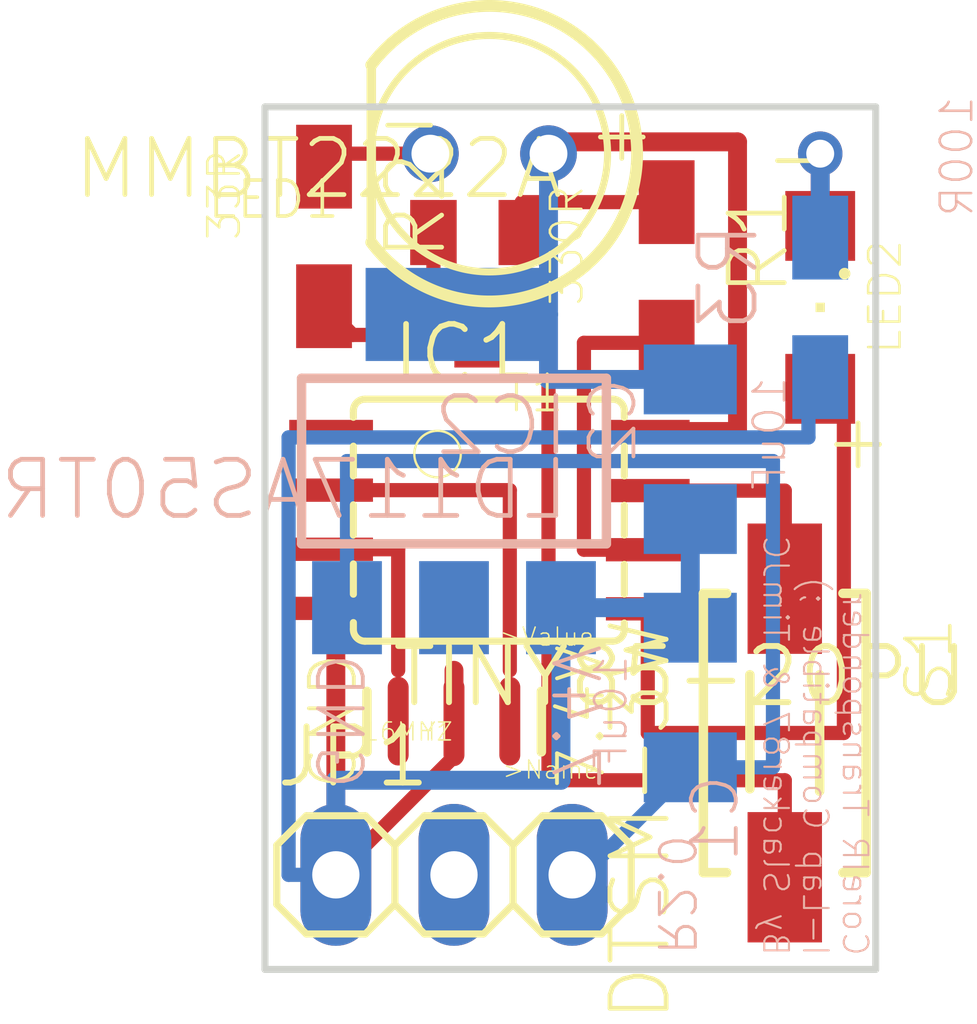
<source format=kicad_pcb>
(kicad_pcb (version 4) (host pcbnew 4.0.3-stable)

  (general
    (links 22)
    (no_connects 3)
    (area 136.149341 93.289199 157.106763 115.92695)
    (thickness 1.6)
    (drawings 14)
    (tracks 57)
    (zones 0)
    (modules 13)
    (nets 13)
  )

  (page A4)
  (layers
    (0 Top signal)
    (31 Bottom signal)
    (32 B.Adhes user)
    (33 F.Adhes user)
    (34 B.Paste user)
    (35 F.Paste user)
    (36 B.SilkS user)
    (37 F.SilkS user)
    (38 B.Mask user)
    (39 F.Mask user)
    (40 Dwgs.User user)
    (41 Cmts.User user)
    (42 Eco1.User user)
    (43 Eco2.User user)
    (44 Edge.Cuts user)
    (45 Margin user)
    (46 B.CrtYd user)
    (47 F.CrtYd user)
    (48 B.Fab user)
    (49 F.Fab user)
  )

  (setup
    (last_trace_width 0.25)
    (trace_clearance 0.1524)
    (zone_clearance 0.508)
    (zone_45_only no)
    (trace_min 0.2)
    (segment_width 0.2)
    (edge_width 0.15)
    (via_size 0.6)
    (via_drill 0.4)
    (via_min_size 0.4)
    (via_min_drill 0.3)
    (uvia_size 0.3)
    (uvia_drill 0.1)
    (uvias_allowed no)
    (uvia_min_size 0.2)
    (uvia_min_drill 0.1)
    (pcb_text_width 0.3)
    (pcb_text_size 1.5 1.5)
    (mod_edge_width 0.15)
    (mod_text_size 1 1)
    (mod_text_width 0.15)
    (pad_size 1.524 1.524)
    (pad_drill 0.762)
    (pad_to_mask_clearance 0.2)
    (aux_axis_origin 0 0)
    (visible_elements FFFFFF7F)
    (pcbplotparams
      (layerselection 0x00030_80000001)
      (usegerberextensions false)
      (excludeedgelayer true)
      (linewidth 0.100000)
      (plotframeref false)
      (viasonmask false)
      (mode 1)
      (useauxorigin false)
      (hpglpennumber 1)
      (hpglpenspeed 20)
      (hpglpendiameter 15)
      (hpglpenoverlay 2)
      (psnegative false)
      (psa4output false)
      (plotreference true)
      (plotvalue true)
      (plotinvisibletext false)
      (padsonsilk false)
      (subtractmaskfromsilk false)
      (outputformat 1)
      (mirror false)
      (drillshape 1)
      (scaleselection 1)
      (outputdirectory ""))
  )

  (net 0 "")
  (net 1 5V)
  (net 2 GND)
  (net 3 N$2)
  (net 4 N$3)
  (net 5 N$4)
  (net 6 N$5)
  (net 7 N$1)
  (net 8 N$6)
  (net 9 N$7)
  (net 10 N$8)
  (net 11 N$9)
  (net 12 VCC)

  (net_class Default "This is the default net class."
    (clearance 0.1524)
    (trace_width 0.25)
    (via_dia 0.6)
    (via_drill 0.4)
    (uvia_dia 0.3)
    (uvia_drill 0.1)
    (add_net 5V)
    (add_net GND)
    (add_net N$1)
    (add_net N$2)
    (add_net N$3)
    (add_net N$4)
    (add_net N$5)
    (add_net N$6)
    (add_net N$7)
    (add_net N$8)
    (add_net N$9)
    (add_net VCC)
  )

  (module 8S2 (layer Top) (tedit 0) (tstamp 57B15D1E)
    (at 146.7611 104.6176 270)
    (descr "<b>8S2</b> 8-lead, 0.208 Body<p>\nPlastic Small Outline Package (EIAJ)<br>\nSource: http://www.atmel.com/dyn/resources/prod_documents/2535S.pdf")
    (fp_text reference IC1 (at -2.8575 2.159 360) (layer F.SilkS)
      (effects (font (size 1.2065 1.2065) (thickness 0.12065)) (justify left bottom))
    )
    (fp_text value TINY85-20PU (at 4.064 2.159 360) (layer F.SilkS)
      (effects (font (size 1.2065 1.2065) (thickness 0.127)) (justify left bottom))
    )
    (fp_arc (start -2.35 -2.65) (end -2.6 -2.65) (angle 90) (layer F.SilkS) (width 0.1524))
    (fp_arc (start 2.35 -2.65) (end 2.35 -2.9) (angle 90) (layer F.SilkS) (width 0.1524))
    (fp_arc (start 2.35 2.675) (end 2.35 2.925) (angle -90) (layer F.SilkS) (width 0.1524))
    (fp_arc (start -2.35 2.675) (end -2.6 2.675) (angle -90) (layer F.SilkS) (width 0.1524))
    (fp_line (start 2.36 2.925) (end -2.34 2.925) (layer Dwgs.User) (width 0.1524))
    (fp_line (start -2.34 -2.9) (end 2.36 -2.9) (layer Dwgs.User) (width 0.1524))
    (fp_line (start -2.21 -2.9) (end -2.34 -2.9) (layer F.SilkS) (width 0.1524))
    (fp_line (start -1.59 -2.9) (end -0.95 -2.9) (layer F.SilkS) (width 0.1524))
    (fp_line (start -0.32 -2.9) (end 0.32 -2.9) (layer F.SilkS) (width 0.1524))
    (fp_line (start 0.95 -2.9) (end 1.59 -2.9) (layer F.SilkS) (width 0.1524))
    (fp_line (start 2.21 -2.9) (end 2.36 -2.9) (layer F.SilkS) (width 0.1524))
    (fp_line (start 2.2 2.925) (end 2.33 2.925) (layer F.SilkS) (width 0.1524))
    (fp_line (start 1.59 2.925) (end 0.94 2.925) (layer F.SilkS) (width 0.1524))
    (fp_line (start 0.32 2.925) (end -0.33 2.925) (layer F.SilkS) (width 0.1524))
    (fp_line (start -0.95 2.925) (end -1.59 2.925) (layer F.SilkS) (width 0.1524))
    (fp_line (start -2.21 2.925) (end -2.34 2.925) (layer F.SilkS) (width 0.1524))
    (fp_line (start -2.6 -2.65) (end -2.6 2.665) (layer F.SilkS) (width 0.1524))
    (fp_line (start 2.6 2.675) (end 2.6 -2.65) (layer F.SilkS) (width 0.1524))
    (fp_circle (center -1.42 1.115) (end -0.92 1.115) (layer F.SilkS) (width 0.0508))
    (fp_poly (pts (xy -2.08 -2.95) (xy -1.73 -2.95) (xy -1.73 -3.85) (xy -2.08 -3.85)) (layer Dwgs.User) (width 0))
    (fp_poly (pts (xy -0.81 -2.95) (xy -0.46 -2.95) (xy -0.46 -3.85) (xy -0.81 -3.85)) (layer Dwgs.User) (width 0))
    (fp_poly (pts (xy 0.46 -2.95) (xy 0.81 -2.95) (xy 0.81 -3.85) (xy 0.46 -3.85)) (layer Dwgs.User) (width 0))
    (fp_poly (pts (xy 1.73 -2.95) (xy 2.08 -2.95) (xy 2.08 -3.85) (xy 1.73 -3.85)) (layer Dwgs.User) (width 0))
    (fp_poly (pts (xy 1.72 3.85) (xy 2.07 3.85) (xy 2.07 2.95) (xy 1.72 2.95)) (layer Dwgs.User) (width 0))
    (fp_poly (pts (xy 0.45 3.85) (xy 0.8 3.85) (xy 0.8 2.95) (xy 0.45 2.95)) (layer Dwgs.User) (width 0))
    (fp_poly (pts (xy -0.82 3.85) (xy -0.47 3.85) (xy -0.47 2.95) (xy -0.82 2.95)) (layer Dwgs.User) (width 0))
    (fp_poly (pts (xy -2.08 3.85) (xy -1.73 3.85) (xy -1.73 2.95) (xy -2.08 2.95)) (layer Dwgs.User) (width 0))
    (pad 1 smd rect (at -1.905 3.404 270) (size 0.5 1.8) (layers Top F.Paste F.Mask))
    (pad 2 smd rect (at -0.645 3.404 270) (size 0.5 1.8) (layers Top F.Paste F.Mask)
      (net 11 N$9))
    (pad 3 smd rect (at 0.625 3.404 270) (size 0.5 1.8) (layers Top F.Paste F.Mask)
      (net 10 N$8))
    (pad 4 smd rect (at 1.895 3.404 270) (size 0.5 1.8) (layers Top F.Paste F.Mask)
      (net 2 GND))
    (pad 8 smd rect (at -1.905 -3.404 270) (size 0.5 1.8) (layers Top F.Paste F.Mask)
      (net 1 5V))
    (pad 7 smd rect (at -0.635 -3.404 270) (size 0.5 1.8) (layers Top F.Paste F.Mask)
      (net 9 N$7))
    (pad 6 smd rect (at 0.635 -3.404 270) (size 0.5 1.8) (layers Top F.Paste F.Mask)
      (net 6 N$5))
    (pad 5 smd rect (at 1.905 -3.404 270) (size 0.5 1.8) (layers Top F.Paste F.Mask)
      (net 7 N$1))
  )

  (module LED5MM (layer Top) (tedit 0) (tstamp 57B15D44)
    (at 146.7611 96.7436 180)
    (descr "<B>LED</B><p>\n5 mm, round")
    (fp_text reference LED1 (at 3.175 -0.5334 360) (layer F.SilkS)
      (effects (font (size 0.77216 0.77216) (thickness 0.077216)) (justify right top))
    )
    (fp_text value "" (at 3.2004 1.8034 360) (layer F.SilkS)
      (effects (font (size 1.2065 1.2065) (thickness 0.12065)) (justify right top))
    )
    (fp_line (start 2.54 1.905) (end 2.54 -1.905) (layer F.SilkS) (width 0.2032))
    (fp_arc (start 0 0) (end 2.54 1.905) (angle 286.260205) (layer F.SilkS) (width 0.254))
    (fp_arc (start 0 0) (end -1.143 0) (angle 90) (layer Dwgs.User) (width 0.1524))
    (fp_arc (start 0 0) (end 0 1.143) (angle -90) (layer Dwgs.User) (width 0.1524))
    (fp_arc (start 0 0) (end -1.651 0) (angle 90) (layer Dwgs.User) (width 0.1524))
    (fp_arc (start 0 0) (end 0 1.651) (angle -90) (layer Dwgs.User) (width 0.1524))
    (fp_arc (start 0 0) (end -2.159 0) (angle 90) (layer Dwgs.User) (width 0.1524))
    (fp_arc (start 0 0) (end 0 2.159) (angle -90) (layer Dwgs.User) (width 0.1524))
    (fp_circle (center 0 0) (end 2.54 0) (layer F.SilkS) (width 0.1524))
    (pad A thru_hole circle (at -1.27 0 180) (size 1.2192 1.2192) (drill 0.8128) (layers *.Cu *.Mask)
      (net 1 5V))
    (pad K thru_hole circle (at 1.27 0 180) (size 1.2192 1.2192) (drill 0.8128) (layers *.Cu *.Mask)
      (net 3 N$2))
  )

  (module R1206W (layer Top) (tedit 0) (tstamp 57B15D52)
    (at 150.5711 99.2836 270)
    (descr "<b>RESISTOR</b><p>\nwave soldering")
    (fp_text reference R1 (at -1.905 -1.27 270) (layer F.SilkS)
      (effects (font (size 1.2065 1.2065) (thickness 0.1016)) (justify right top))
    )
    (fp_text value 330R (at -1.905 2.54 450) (layer F.SilkS)
      (effects (font (size 0.67564 0.67564) (thickness 0.054051)) (justify right top))
    )
    (fp_line (start -0.913 -0.8) (end 0.888 -0.8) (layer Dwgs.User) (width 0.1524))
    (fp_line (start -0.913 0.8) (end 0.888 0.8) (layer Dwgs.User) (width 0.1524))
    (fp_poly (pts (xy -1.651 0.8763) (xy -0.9009 0.8763) (xy -0.9009 -0.8738) (xy -1.651 -0.8738)) (layer Dwgs.User) (width 0))
    (fp_poly (pts (xy 0.889 0.8763) (xy 1.6391 0.8763) (xy 1.6391 -0.8738) (xy 0.889 -0.8738)) (layer Dwgs.User) (width 0))
    (fp_poly (pts (xy -0.3 0.7) (xy 0.3 0.7) (xy 0.3 -0.7) (xy -0.3 -0.7)) (layer F.Adhes) (width 0))
    (pad 1 smd rect (at -1.499 0 270) (size 1.8 1.2) (layers Top F.Paste F.Mask)
      (net 5 N$4))
    (pad 2 smd rect (at 1.499 0 270) (size 1.8 1.2) (layers Top F.Paste F.Mask)
      (net 6 N$5))
  )

  (module R1206W (layer Top) (tedit 0) (tstamp 57B15D5C)
    (at 143.2051 98.5216 270)
    (descr "<b>RESISTOR</b><p>\nwave soldering")
    (fp_text reference R2 (at -1.905 -1.27 270) (layer F.SilkS)
      (effects (font (size 1.2065 1.2065) (thickness 0.1016)) (justify right top))
    )
    (fp_text value 33R (at -1.905 2.54 450) (layer F.SilkS)
      (effects (font (size 0.67564 0.67564) (thickness 0.054051)) (justify right top))
    )
    (fp_line (start -0.913 -0.8) (end 0.888 -0.8) (layer Dwgs.User) (width 0.1524))
    (fp_line (start -0.913 0.8) (end 0.888 0.8) (layer Dwgs.User) (width 0.1524))
    (fp_poly (pts (xy -1.651 0.8763) (xy -0.9009 0.8763) (xy -0.9009 -0.8738) (xy -1.651 -0.8738)) (layer Dwgs.User) (width 0))
    (fp_poly (pts (xy 0.889 0.8763) (xy 1.6391 0.8763) (xy 1.6391 -0.8738) (xy 0.889 -0.8738)) (layer Dwgs.User) (width 0))
    (fp_poly (pts (xy -0.3 0.7) (xy 0.3 0.7) (xy 0.3 -0.7) (xy -0.3 -0.7)) (layer F.Adhes) (width 0))
    (pad 1 smd rect (at -1.499 0 270) (size 1.8 1.2) (layers Top F.Paste F.Mask)
      (net 3 N$2))
    (pad 2 smd rect (at 1.499 0 270) (size 1.8 1.2) (layers Top F.Paste F.Mask)
      (net 4 N$3))
  )

  (module SOT23-BEC (layer Top) (tedit 0) (tstamp 57B15D66)
    (at 146.5071 99.5376 180)
    (descr "TO-236 ITT Intermetall")
    (fp_text reference T1 (at -1.905 -1.905 360) (layer F.SilkS)
      (effects (font (size 0.77216 0.77216) (thickness 0.061772)) (justify right top))
    )
    (fp_text value MMBT2222A (at -1.905 3.175 180) (layer F.SilkS)
      (effects (font (size 1.2065 1.2065) (thickness 0.1016)) (justify right top))
    )
    (fp_line (start 1.4224 -0.6604) (end 1.4224 0.6604) (layer Dwgs.User) (width 0.127))
    (fp_line (start 1.4224 0.6604) (end -1.4224 0.6604) (layer Dwgs.User) (width 0.127))
    (fp_line (start -1.4224 0.6604) (end -1.4224 -0.6604) (layer Dwgs.User) (width 0.127))
    (fp_line (start -1.4224 -0.6604) (end 1.4224 -0.6604) (layer Dwgs.User) (width 0.127))
    (fp_poly (pts (xy -0.2286 -0.7112) (xy 0.2286 -0.7112) (xy 0.2286 -1.2954) (xy -0.2286 -1.2954)) (layer Dwgs.User) (width 0))
    (fp_poly (pts (xy 0.7112 1.2954) (xy 1.1684 1.2954) (xy 1.1684 0.7112) (xy 0.7112 0.7112)) (layer Dwgs.User) (width 0))
    (fp_poly (pts (xy -1.1684 1.2954) (xy -0.7112 1.2954) (xy -0.7112 0.7112) (xy -1.1684 0.7112)) (layer Dwgs.User) (width 0))
    (pad C smd rect (at 0 -1.1 180) (size 1 1.4) (layers Top F.Paste F.Mask)
      (net 4 N$3))
    (pad E smd rect (at 0.95 1.1 180) (size 1 1.4) (layers Top F.Paste F.Mask)
      (net 2 GND))
    (pad B smd rect (at -0.95 1.1 180) (size 1 1.4) (layers Top F.Paste F.Mask)
      (net 5 N$4))
  )

  (module C1206K (layer Bottom) (tedit 0) (tstamp 57B15D73)
    (at 151.0791 108.4276 90)
    (descr "<b>Ceramic Chip Capacitor KEMET 1206 reflow solder</b><p>\nMetric Code Size 3216")
    (fp_text reference C1 (at -1.6 1.1 90) (layer B.SilkS)
      (effects (font (size 0.9652 0.9652) (thickness 0.08128)) (justify left bottom mirror))
    )
    (fp_text value 10uF (at -1.6 -2.1 90) (layer B.SilkS)
      (effects (font (size 0.67564 0.67564) (thickness 0.054051)) (justify right top mirror))
    )
    (fp_line (start -1.525 0.75) (end 1.525 0.75) (layer Dwgs.User) (width 0.1016))
    (fp_line (start 1.525 -0.75) (end -1.525 -0.75) (layer Dwgs.User) (width 0.1016))
    (fp_poly (pts (xy -1.6 -0.8) (xy -1.1 -0.8) (xy -1.1 0.8) (xy -1.6 0.8)) (layer Dwgs.User) (width 0))
    (fp_poly (pts (xy 1.1 -0.8) (xy 1.6 -0.8) (xy 1.6 0.8) (xy 1.1 0.8)) (layer Dwgs.User) (width 0))
    (pad 1 smd rect (at -1.5 0 90) (size 1.5 2) (layers Bottom B.Paste B.Mask)
      (net 12 VCC))
    (pad 2 smd rect (at 1.5 0 90) (size 1.5 2) (layers Bottom B.Paste B.Mask)
      (net 2 GND))
  )

  (module DTSM-3W (layer Top) (tedit 0) (tstamp 57B15D7C)
    (at 153.1111 109.1896 270)
    (fp_text reference S1 (at -2.54 -2.54 450) (layer F.SilkS)
      (effects (font (size 0.9652 0.9652) (thickness 0.077216)) (justify right top))
    )
    (fp_text value DTSM-3W (at -2.54 3.81 270) (layer F.SilkS)
      (effects (font (size 1.2065 1.2065) (thickness 0.1016)) (justify right top))
    )
    (fp_line (start -3 -1.75) (end 3 -1.75) (layer Dwgs.User) (width 0.2032))
    (fp_line (start 3 -1.75) (end 3 1.75) (layer Dwgs.User) (width 0.2032))
    (fp_line (start 3 1.75) (end -3 1.75) (layer Dwgs.User) (width 0.2032))
    (fp_line (start -3 1.75) (end -3 -1.75) (layer Dwgs.User) (width 0.2032))
    (fp_line (start -1.5 -0.75) (end 1.5 -0.75) (layer Dwgs.User) (width 0.2032))
    (fp_line (start 1.5 -0.75) (end 1.5 0.75) (layer Dwgs.User) (width 0.2032))
    (fp_line (start 1.5 0.75) (end -1.5 0.75) (layer Dwgs.User) (width 0.2032))
    (fp_line (start -1.5 0.75) (end -1.5 -0.75) (layer Dwgs.User) (width 0.2032))
    (fp_line (start -3 -1.75) (end -3 -1.25) (layer F.SilkS) (width 0.2032))
    (fp_line (start -3 -1.75) (end 3 -1.75) (layer F.SilkS) (width 0.2032))
    (fp_line (start 3 -1.75) (end 3 -1.25) (layer F.SilkS) (width 0.2032))
    (fp_line (start 3 1.25) (end 3 1.75) (layer F.SilkS) (width 0.2032))
    (fp_line (start 3 1.75) (end -3 1.75) (layer F.SilkS) (width 0.2032))
    (fp_line (start -3 1.75) (end -3 1.25) (layer F.SilkS) (width 0.2032))
    (fp_line (start -1.25 -0.75) (end 1.25 -0.75) (layer F.SilkS) (width 0.2032))
    (fp_line (start -1.25 0.75) (end 1.2 0.75) (layer F.SilkS) (width 0.2032))
    (pad 1 smd rect (at -3.1 0 270) (size 2.8 1.6) (layers Top F.Paste F.Mask)
      (net 9 N$7))
    (pad 2 smd rect (at 3.1 0 270) (size 2.8 1.6) (layers Top F.Paste F.Mask)
      (net 2 GND))
  )

  (module SML1206 (layer Top) (tedit 0) (tstamp 57B15D91)
    (at 153.8731 100.0456 270)
    (descr "<b>SML10XXKH-TR (HIGH INTENSITY) LED</b><p>\n<table>\n<tr><td>SML10R3KH-TR</td><td>ULTRA RED</td></tr>\n<tr><td>SML10E3KH-TR</td><td>SUPER REDSUPER BLUE</td></tr>\n<tr><td>SML10O3KH-TR</td><td>SUPER ORANGE</td></tr>\n<tr><td>SML10PY3KH-TR</td><td>PURE YELLOW</td></tr>\n<tr><td>SML10OY3KH-TR</td><td>ULTRA YELLOW</td></tr>\n<tr><td>SML10AG3KH-TR</td><td>AQUA GREEN</td></tr>\n<tr><td>SML10BG3KH-TR</td><td>BLUE GREEN</td></tr>\n<tr><td>SML10PB1KH-TR</td><td>SUPER BLUE</td></tr>\n<tr><td>SML10CW1KH-TR</td><td>WHITE</td></tr>\n</table>\n\nSource: http://www.ledtronics.com/ds/smd-1206/dstr0094.PDF")
    (fp_text reference LED2 (at -1.5 -1 450) (layer F.SilkS)
      (effects (font (size 0.67564 0.67564) (thickness 0.054051)) (justify right top))
    )
    (fp_text value "" (at -1.5 2.5 450) (layer F.SilkS)
      (effects (font (size 1.2065 1.2065) (thickness 0.09652)) (justify right top))
    )
    (fp_arc (start -1.5 0) (end -1.5 -0.5) (angle 180) (layer Dwgs.User) (width 0.2032))
    (fp_arc (start 1.5 0) (end 1.5 0.5) (angle 180) (layer Dwgs.User) (width 0.2032))
    (fp_line (start -1.55 -0.75) (end 1.55 -0.75) (layer Dwgs.User) (width 0.1016))
    (fp_line (start 1.55 0.75) (end -1.55 0.75) (layer Dwgs.User) (width 0.1016))
    (fp_circle (center -0.725 -0.525) (end -0.6 -0.525) (layer F.SilkS) (width 0))
    (fp_poly (pts (xy -1.6 -0.4) (xy -1.15 -0.4) (xy -1.15 -0.8) (xy -1.6 -0.8)) (layer Dwgs.User) (width 0))
    (fp_poly (pts (xy -1.6 0.8) (xy -1.15 0.8) (xy -1.15 0.4) (xy -1.6 0.4)) (layer Dwgs.User) (width 0))
    (fp_poly (pts (xy -1.175 0.6) (xy -1 0.6) (xy -1 0.275) (xy -1.175 0.275)) (layer Dwgs.User) (width 0))
    (fp_poly (pts (xy 1.15 0.8) (xy 1.6 0.8) (xy 1.6 0.4) (xy 1.15 0.4)) (layer Dwgs.User) (width 0))
    (fp_poly (pts (xy 1.15 -0.4) (xy 1.6 -0.4) (xy 1.6 -0.8) (xy 1.15 -0.8)) (layer Dwgs.User) (width 0))
    (fp_poly (pts (xy 1 -0.275) (xy 1.175 -0.275) (xy 1.175 -0.6) (xy 1 -0.6)) (layer Dwgs.User) (width 0))
    (fp_poly (pts (xy -0.1 0.1) (xy 0.1 0.1) (xy 0.1 -0.1) (xy -0.1 -0.1)) (layer F.SilkS) (width 0))
    (pad C smd rect (at -1.75 0 270) (size 1.5 1.5) (layers Top F.Paste F.Mask)
      (net 8 N$6))
    (pad A smd rect (at 1.75 0 270) (size 1.5 1.5) (layers Top F.Paste F.Mask)
      (net 7 N$1))
  )

  (module R1206W (layer Bottom) (tedit 0) (tstamp 57B15DA2)
    (at 153.8731 100.0456 270)
    (descr "<b>RESISTOR</b><p>\nwave soldering")
    (fp_text reference R3 (at -1.905 1.27 270) (layer B.SilkS)
      (effects (font (size 1.2065 1.2065) (thickness 0.1016)) (justify left bottom mirror))
    )
    (fp_text value 100R (at -1.905 -2.54 450) (layer B.SilkS)
      (effects (font (size 0.67564 0.67564) (thickness 0.054051)) (justify right top mirror))
    )
    (fp_line (start -0.913 0.8) (end 0.888 0.8) (layer Dwgs.User) (width 0.1524))
    (fp_line (start -0.913 -0.8) (end 0.888 -0.8) (layer Dwgs.User) (width 0.1524))
    (fp_poly (pts (xy -1.651 -0.8763) (xy -0.9009 -0.8763) (xy -0.9009 0.8738) (xy -1.651 0.8738)) (layer Dwgs.User) (width 0))
    (fp_poly (pts (xy 0.889 -0.8763) (xy 1.6391 -0.8763) (xy 1.6391 0.8738) (xy 0.889 0.8738)) (layer Dwgs.User) (width 0))
    (fp_poly (pts (xy -0.3 -0.7) (xy 0.3 -0.7) (xy 0.3 0.7) (xy -0.3 0.7)) (layer B.Adhes) (width 0))
    (pad 1 smd rect (at -1.499 0 270) (size 1.8 1.2) (layers Bottom B.Paste B.Mask)
      (net 8 N$6))
    (pad 2 smd rect (at 1.499 0 270) (size 1.8 1.2) (layers Bottom B.Paste B.Mask)
      (net 2 GND))
  )

  (module RESONATOR-SMD (layer Top) (tedit 0) (tstamp 57B15DAC)
    (at 145.9991 108.9356 180)
    (fp_text reference Y1 (at 0 0 360) (layer F.SilkS)
      (effects (font (size 0.38608 0.38608) (thickness 0.030886)) (justify right top))
    )
    (fp_text value 16MHZ (at 0 0 360) (layer F.SilkS)
      (effects (font (size 0.38608 0.38608) (thickness 0.030886)) (justify right top))
    )
    (fp_line (start 1.871119 -0.660159) (end 1.871119 0.639841) (layer F.SilkS) (width 0.2032))
    (fp_line (start -1.878741 0.639841) (end -1.878741 -0.660159) (layer F.SilkS) (width 0.2032))
    (fp_line (start -1.6 -0.65) (end 1.6 -0.65) (layer Dwgs.User) (width 0.127))
    (fp_line (start 1.6 -0.65) (end 1.6 0.65) (layer Dwgs.User) (width 0.127))
    (fp_line (start 1.6 0.65) (end -1.6 0.65) (layer Dwgs.User) (width 0.127))
    (fp_line (start -1.6 0.65) (end -1.6 -0.65) (layer Dwgs.User) (width 0.127))
    (fp_text user >Name (at -1.016 -1.27 180) (layer F.SilkS)
      (effects (font (size 0.38608 0.38608) (thickness 0.032512)) (justify left bottom))
    )
    (fp_text user >Value (at -0.9525 1.5875 180) (layer F.SilkS)
      (effects (font (size 0.38608 0.38608) (thickness 0.032512)) (justify left bottom))
    )
    (fp_poly (pts (xy -1.750056 0.769616) (xy 1.744981 0.769616) (xy 1.744981 -0.764541) (xy -1.750056 -0.764541)) (layer F.Mask) (width 0))
    (pad 1 smd oval (at -1.2 0 180) (size 0.45 1.905) (layers Top F.Paste F.Mask)
      (net 11 N$9))
    (pad 2 smd oval (at 0 0 180) (size 0.45 1.905) (layers Top F.Paste F.Mask)
      (net 2 GND))
    (pad 3 smd oval (at 1.2 0 180) (size 0.45 1.905) (layers Top F.Paste F.Mask)
      (net 10 N$8))
  )

  (module 1X03 (layer Top) (tedit 0) (tstamp 57B15DBB)
    (at 145.9991 112.2376)
    (descr "<b>PIN HEADER</b>")
    (fp_text reference JP1 (at -3.8862 -1.8288) (layer F.SilkS)
      (effects (font (size 1.2065 1.2065) (thickness 0.127)) (justify left bottom))
    )
    (fp_text value "" (at -3.81 3.175) (layer F.SilkS)
      (effects (font (size 1.2065 1.2065) (thickness 0.09652)) (justify left bottom))
    )
    (fp_line (start -3.175 -1.27) (end -1.905 -1.27) (layer F.SilkS) (width 0.1524))
    (fp_line (start -1.905 -1.27) (end -1.27 -0.635) (layer F.SilkS) (width 0.1524))
    (fp_line (start -1.27 -0.635) (end -1.27 0.635) (layer F.SilkS) (width 0.1524))
    (fp_line (start -1.27 0.635) (end -1.905 1.27) (layer F.SilkS) (width 0.1524))
    (fp_line (start -1.27 -0.635) (end -0.635 -1.27) (layer F.SilkS) (width 0.1524))
    (fp_line (start -0.635 -1.27) (end 0.635 -1.27) (layer F.SilkS) (width 0.1524))
    (fp_line (start 0.635 -1.27) (end 1.27 -0.635) (layer F.SilkS) (width 0.1524))
    (fp_line (start 1.27 -0.635) (end 1.27 0.635) (layer F.SilkS) (width 0.1524))
    (fp_line (start 1.27 0.635) (end 0.635 1.27) (layer F.SilkS) (width 0.1524))
    (fp_line (start 0.635 1.27) (end -0.635 1.27) (layer F.SilkS) (width 0.1524))
    (fp_line (start -0.635 1.27) (end -1.27 0.635) (layer F.SilkS) (width 0.1524))
    (fp_line (start -3.81 -0.635) (end -3.81 0.635) (layer F.SilkS) (width 0.1524))
    (fp_line (start -3.175 -1.27) (end -3.81 -0.635) (layer F.SilkS) (width 0.1524))
    (fp_line (start -3.81 0.635) (end -3.175 1.27) (layer F.SilkS) (width 0.1524))
    (fp_line (start -1.905 1.27) (end -3.175 1.27) (layer F.SilkS) (width 0.1524))
    (fp_line (start 1.27 -0.635) (end 1.905 -1.27) (layer F.SilkS) (width 0.1524))
    (fp_line (start 1.905 -1.27) (end 3.175 -1.27) (layer F.SilkS) (width 0.1524))
    (fp_line (start 3.175 -1.27) (end 3.81 -0.635) (layer F.SilkS) (width 0.1524))
    (fp_line (start 3.81 -0.635) (end 3.81 0.635) (layer F.SilkS) (width 0.1524))
    (fp_line (start 3.81 0.635) (end 3.175 1.27) (layer F.SilkS) (width 0.1524))
    (fp_line (start 3.175 1.27) (end 1.905 1.27) (layer F.SilkS) (width 0.1524))
    (fp_line (start 1.905 1.27) (end 1.27 0.635) (layer F.SilkS) (width 0.1524))
    (fp_poly (pts (xy -0.254 0.254) (xy 0.254 0.254) (xy 0.254 -0.254) (xy -0.254 -0.254)) (layer Dwgs.User) (width 0))
    (fp_poly (pts (xy -2.794 0.254) (xy -2.286 0.254) (xy -2.286 -0.254) (xy -2.794 -0.254)) (layer Dwgs.User) (width 0))
    (fp_poly (pts (xy 2.286 0.254) (xy 2.794 0.254) (xy 2.794 -0.254) (xy 2.286 -0.254)) (layer Dwgs.User) (width 0))
    (pad 1 thru_hole oval (at -2.54 0 90) (size 3.048 1.524) (drill 1.016) (layers *.Cu *.Mask)
      (net 2 GND))
    (pad 2 thru_hole oval (at 0 0 90) (size 3.048 1.524) (drill 1.016) (layers *.Cu *.Mask))
    (pad 3 thru_hole oval (at 2.54 0 90) (size 3.048 1.524) (drill 1.016) (layers *.Cu *.Mask)
      (net 12 VCC))
  )

  (module SOT223 (layer Bottom) (tedit 0) (tstamp 57B15DDA)
    (at 145.9991 103.3476 180)
    (descr "<b>Small Outline Transistor 223</b><p>\nPLASTIC PACKAGE CASE 318E-04<br>\nSource: http://www.onsemi.co.jp .. LM137M-D.PDF")
    (fp_text reference IC2 (at -2.54 0.0508 360) (layer B.SilkS)
      (effects (font (size 1.2065 1.2065) (thickness 0.09652)) (justify left bottom mirror))
    )
    (fp_text value LD117AS50TR (at -2.54 -1.3208 180) (layer B.SilkS)
      (effects (font (size 1.2065 1.2065) (thickness 0.1016)) (justify left bottom mirror))
    )
    (fp_line (start 3.277 1.778) (end 3.277 -1.778) (layer B.SilkS) (width 0.2032))
    (fp_line (start 3.277 -1.778) (end -3.277 -1.778) (layer B.SilkS) (width 0.2032))
    (fp_line (start -3.277 -1.778) (end -3.277 1.778) (layer B.SilkS) (width 0.2032))
    (fp_line (start -3.277 1.778) (end 3.277 1.778) (layer B.SilkS) (width 0.2032))
    (fp_text user "direction of pcb" (at 0.4 0.4 180) (layer Cmts.User)
      (effects (font (size 0.2413 0.2413) (thickness 0.02032)) (justify left bottom))
    )
    (fp_text user "transportation for" (at 0.4 -0.05 180) (layer Cmts.User)
      (effects (font (size 0.2413 0.2413) (thickness 0.02032)) (justify left bottom))
    )
    (fp_text user wavesoldering (at 0.4 -0.5 180) (layer Cmts.User)
      (effects (font (size 0.2413 0.2413) (thickness 0.02032)) (justify left bottom))
    )
    (fp_poly (pts (xy -0.9271 1.1303) (xy 0.9271 1.1303) (xy 0.9271 4.3307) (xy -0.9271 4.3307)) (layer Dwgs.User) (width 0))
    (fp_poly (pts (xy -0.9271 -3.1623) (xy 0.9271 -3.1623) (xy 0.9271 -2.2987) (xy -0.9271 -2.2987)) (layer Dwgs.User) (width 0))
    (fp_poly (pts (xy -3.2385 -3.1623) (xy -1.3843 -3.1623) (xy -1.3843 -2.2987) (xy -3.2385 -2.2987)) (layer Dwgs.User) (width 0))
    (fp_poly (pts (xy 1.3843 -3.1623) (xy 3.2385 -3.1623) (xy 3.2385 -2.2987) (xy 1.3843 -2.2987)) (layer Dwgs.User) (width 0))
    (fp_poly (pts (xy -0.9271 1.1303) (xy 0.9271 1.1303) (xy 0.9271 4.3307) (xy -0.9271 4.3307)) (layer Dwgs.User) (width 0))
    (fp_poly (pts (xy -0.9271 -3.1623) (xy 0.9271 -3.1623) (xy 0.9271 -2.2987) (xy -0.9271 -2.2987)) (layer Dwgs.User) (width 0))
    (fp_poly (pts (xy -3.2385 -3.1623) (xy -1.3843 -3.1623) (xy -1.3843 -2.2987) (xy -3.2385 -2.2987)) (layer Dwgs.User) (width 0))
    (fp_poly (pts (xy 1.3843 -3.1623) (xy 3.2385 -3.1623) (xy 3.2385 -2.2987) (xy 1.3843 -2.2987)) (layer Dwgs.User) (width 0))
    (pad 1 smd rect (at -2.3 -3.15 180) (size 1.5 2) (layers Bottom B.Paste B.Mask)
      (net 2 GND))
    (pad 2 smd rect (at 0 -3.15 180) (size 1.5 2) (layers Bottom B.Paste B.Mask))
    (pad 3 smd rect (at 2.3 -3.15 180) (size 1.5 2) (layers Bottom B.Paste B.Mask)
      (net 12 VCC))
    (pad 4 smd rect (at 0 3.15 180) (size 3.8 2) (layers Bottom B.Paste B.Mask)
      (net 1 5V))
  )

  (module C1206K (layer Bottom) (tedit 0) (tstamp 57B15DF0)
    (at 151.0791 103.0936 270)
    (descr "<b>Ceramic Chip Capacitor KEMET 1206 reflow solder</b><p>\nMetric Code Size 3216")
    (fp_text reference C2 (at -1.6 1.1 270) (layer B.SilkS)
      (effects (font (size 0.9652 0.9652) (thickness 0.08128)) (justify left bottom mirror))
    )
    (fp_text value 10uF (at -1.6 -2.1 450) (layer B.SilkS)
      (effects (font (size 0.67564 0.67564) (thickness 0.054051)) (justify left bottom mirror))
    )
    (fp_line (start -1.525 0.75) (end 1.525 0.75) (layer Dwgs.User) (width 0.1016))
    (fp_line (start 1.525 -0.75) (end -1.525 -0.75) (layer Dwgs.User) (width 0.1016))
    (fp_poly (pts (xy -1.6 -0.8) (xy -1.1 -0.8) (xy -1.1 0.8) (xy -1.6 0.8)) (layer Dwgs.User) (width 0))
    (fp_poly (pts (xy 1.1 -0.8) (xy 1.6 -0.8) (xy 1.6 0.8) (xy 1.1 0.8)) (layer Dwgs.User) (width 0))
    (pad 1 smd rect (at -1.5 0 270) (size 1.5 2) (layers Bottom B.Paste B.Mask)
      (net 1 5V))
    (pad 2 smd rect (at 1.5 0 270) (size 1.5 2) (layers Bottom B.Paste B.Mask)
      (net 2 GND))
  )

  (gr_line (start 141.9351 114.2696) (end 155.0671 114.2696) (layer Edge.Cuts) (width 0.15) (tstamp 35CA810))
  (gr_line (start 155.0671 114.2696) (end 155.0671 95.7376) (layer Edge.Cuts) (width 0.15) (tstamp 35C9990))
  (gr_line (start 155.0671 95.7376) (end 141.9351 95.7376) (layer Edge.Cuts) (width 0.15) (tstamp 35CAB10))
  (gr_line (start 141.9351 95.7376) (end 141.9351 114.2696) (layer Edge.Cuts) (width 0.15) (tstamp 35CA890))
  (gr_text - (at 144.2211 96.7436) (layer F.SilkS) (tstamp 35CB790)
    (effects (font (size 1.2065 1.2065) (thickness 0.1016)) (justify left bottom))
  )
  (gr_text - (at 152.6031 97.5056) (layer F.SilkS) (tstamp 35CB510)
    (effects (font (size 1.2065 1.2065) (thickness 0.1016)) (justify left bottom))
  )
  (gr_text + (at 148.7931 96.9976) (layer F.SilkS) (tstamp 35CC010)
    (effects (font (size 1.2065 1.2065) (thickness 0.1016)) (justify left bottom))
  )
  (gr_text + (at 153.8731 103.6016) (layer F.SilkS) (tstamp 35CBA10)
    (effects (font (size 1.2065 1.2065) (thickness 0.1016)) (justify left bottom))
  )
  (gr_text R2.0 (at 150.3171 114.0156 270) (layer B.SilkS) (tstamp 35CC190)
    (effects (font (size 0.77216 0.77216) (thickness 0.065024)) (justify left bottom mirror))
  )
  (gr_text "CoreIR Transponder\nI-Lap Compatible ;)\nBy Slacker87 & TimJC" (at 152.6031 114.0156 270) (layer B.SilkS) (tstamp 572A810)
    (effects (font (size 0.53086 0.53086) (thickness 0.044704)) (justify left bottom mirror))
  )
  (gr_text GND (at 143.9671 110.4596 90) (layer F.SilkS) (tstamp 572A010)
    (effects (font (size 0.9652 0.9652) (thickness 0.08128)) (justify left bottom))
  )
  (gr_text 7.4V (at 149.3011 110.4596 90) (layer F.SilkS) (tstamp 572A410)
    (effects (font (size 0.9652 0.9652) (thickness 0.08128)) (justify left bottom))
  )
  (gr_text GND (at 142.9511 110.4596 270) (layer B.SilkS) (tstamp 572A490)
    (effects (font (size 0.9652 0.9652) (thickness 0.08128)) (justify left bottom mirror))
  )
  (gr_text 7.4V (at 148.0311 110.4596 270) (layer B.SilkS) (tstamp 5729590)
    (effects (font (size 0.9652 0.9652) (thickness 0.08128)) (justify left bottom mirror))
  )

  (segment (start 151.0791 101.5936) (end 148.0311 101.5936) (width 0.4064) (layer Bottom) (net 1) (tstamp 84CC210))
  (segment (start 148.0311 101.5936) (end 148.0311 100.1976) (width 0.4064) (layer Bottom) (net 1) (tstamp 84CFA90))
  (segment (start 148.0311 100.1976) (end 148.0311 96.7436) (width 0.4064) (layer Bottom) (net 1) (tstamp 84CEB10))
  (segment (start 145.9991 100.1976) (end 148.0311 100.1976) (width 0.4064) (layer Bottom) (net 1) (tstamp 84CEF90))
  (segment (start 150.1651 102.7126) (end 152.0951 102.7126) (width 0.4064) (layer Top) (net 1) (tstamp 84CF290))
  (segment (start 152.0951 102.7126) (end 152.0951 96.4896) (width 0.4064) (layer Top) (net 1) (tstamp 84D0190))
  (segment (start 152.0951 96.4896) (end 148.0311 96.4896) (width 0.4064) (layer Top) (net 1) (tstamp 84D1610))
  (segment (start 148.0311 96.4896) (end 148.0311 96.7436) (width 0.4064) (layer Top) (net 1) (tstamp 84D0C10))
  (segment (start 153.6201 101.5446) (end 153.8731 101.5446) (width 0.4064) (layer Bottom) (net 2) (tstamp 84D5A90))
  (segment (start 151.0791 106.9276) (end 151.0791 104.5936) (width 0.4064) (layer Bottom) (net 2) (tstamp 84D5E10))
  (segment (start 148.2991 106.4976) (end 150.6491 106.4976) (width 0.4064) (layer Bottom) (net 2) (tstamp 84D4510))
  (segment (start 150.6491 106.4976) (end 151.0791 106.9276) (width 0.4064) (layer Bottom) (net 2) (tstamp 84D5590))
  (segment (start 145.9991 107.8434) (end 145.9991 109.6976) (width 0.4064) (layer Top) (net 2) (tstamp 84D7010))
  (segment (start 145.9991 109.6976) (end 143.4591 112.2376) (width 0.3048) (layer Top) (net 2) (tstamp 84D7F10))
  (segment (start 143.3571 106.5126) (end 143.4591 106.5126) (width 0.4064) (layer Top) (net 2) (tstamp 84D6390))
  (segment (start 143.4591 106.5126) (end 143.4591 112.2376) (width 0.4064) (layer Top) (net 2) (tstamp 84D7D90))
  (segment (start 148.2991 106.4976) (end 148.2991 110.2056) (width 0.4064) (layer Bottom) (net 2) (tstamp 84D9D10))
  (segment (start 148.2991 110.2056) (end 143.4591 110.2056) (width 0.4064) (layer Bottom) (net 2) (tstamp 84D8A10))
  (segment (start 143.4591 110.2056) (end 143.4591 112.2376) (width 0.4064) (layer Bottom) (net 2) (tstamp 84D8810))
  (segment (start 153.6201 101.5446) (end 153.6201 102.8396) (width 0.3048) (layer Bottom) (net 2) (tstamp 84D9710))
  (segment (start 153.6201 102.8396) (end 142.4431 102.8396) (width 0.3048) (layer Bottom) (net 2) (tstamp 84DAC10))
  (segment (start 142.4431 102.8396) (end 142.4431 112.2376) (width 0.3048) (layer Bottom) (net 2) (tstamp 84DBB10))
  (segment (start 142.4431 112.2376) (end 143.4591 112.2376) (width 0.3048) (layer Bottom) (net 2) (tstamp 84DA690))
  (segment (start 145.5571 98.4376) (end 145.5571 99.5376) (width 0.3048) (layer Top) (net 2) (tstamp 84DD510))
  (segment (start 145.5571 99.5376) (end 148.0311 99.5376) (width 0.3048) (layer Top) (net 2) (tstamp 84DD310))
  (segment (start 148.0311 99.5376) (end 148.0311 110.2056) (width 0.3048) (layer Top) (net 2) (tstamp 84DC510))
  (segment (start 148.0311 110.2056) (end 153.1111 110.2056) (width 0.3048) (layer Top) (net 2) (tstamp 84DF490))
  (segment (start 153.1111 110.2056) (end 153.1111 112.2896) (width 0.3048) (layer Top) (net 2) (tstamp 84DFB90))
  (segment (start 143.2051 97.0226) (end 143.2051 96.7436) (width 0.3048) (layer Top) (net 3) (tstamp 851CD10))
  (segment (start 143.2051 96.7436) (end 145.4911 96.7436) (width 0.3048) (layer Top) (net 3) (tstamp 851CF90))
  (segment (start 143.2051 100.0206) (end 143.8221 100.6376) (width 0.3048) (layer Top) (net 4) (tstamp 851F790))
  (segment (start 143.8221 100.6376) (end 146.5071 100.6376) (width 0.3048) (layer Top) (net 4) (tstamp 851FF90))
  (segment (start 147.4571 98.4376) (end 147.4571 97.7846) (width 0.3048) (layer Top) (net 5) (tstamp 8521990))
  (segment (start 147.4571 97.7846) (end 150.5711 97.7846) (width 0.3048) (layer Top) (net 5) (tstamp 8520B10))
  (segment (start 150.1651 105.2526) (end 148.7931 105.2526) (width 0.3048) (layer Top) (net 6) (tstamp 8523C90))
  (segment (start 148.7931 105.2526) (end 148.7931 100.8076) (width 0.3048) (layer Top) (net 6) (tstamp 8522510))
  (segment (start 148.7931 100.8076) (end 150.5711 100.8076) (width 0.3048) (layer Top) (net 6) (tstamp 8523590))
  (segment (start 150.5711 100.8076) (end 150.5711 100.7826) (width 0.3048) (layer Top) (net 6) (tstamp 8523010))
  (segment (start 153.8731 101.7956) (end 154.3811 101.7956) (width 0.3048) (layer Top) (net 7) (tstamp 8525710))
  (segment (start 154.3811 101.7956) (end 154.3811 109.1896) (width 0.3048) (layer Top) (net 7) (tstamp 8525E90))
  (segment (start 154.3811 109.1896) (end 150.1651 109.1896) (width 0.3048) (layer Top) (net 7) (tstamp 8527B10))
  (segment (start 150.1651 109.1896) (end 150.1651 106.5226) (width 0.3048) (layer Top) (net 7) (tstamp 8526410))
  (via (at 153.8731 96.7436) (size 0.9556) (drill 0.6) (layers Top Bottom) (net 8) (tstamp 8526F10))
  (segment (start 153.8731 98.2956) (end 153.8731 96.7436) (width 0.4064) (layer Top) (net 8) (tstamp 8529390))
  (segment (start 153.8731 98.5466) (end 153.8731 96.7436) (width 0.4064) (layer Bottom) (net 8) (tstamp 8528E90))
  (segment (start 153.1111 106.0896) (end 153.1111 103.9826) (width 0.3048) (layer Top) (net 9) (tstamp 8528B90))
  (segment (start 153.1111 103.9826) (end 150.1651 103.9826) (width 0.3048) (layer Top) (net 9) (tstamp 852A590))
  (segment (start 144.7991 107.8434) (end 144.7991 105.2426) (width 0.3048) (layer Top) (net 10) (tstamp 852A310))
  (segment (start 144.7991 105.2426) (end 143.3571 105.2426) (width 0.3048) (layer Top) (net 10) (tstamp 852D490))
  (segment (start 143.3571 103.9726) (end 147.1991 103.9726) (width 0.3048) (layer Top) (net 11) (tstamp 852C910))
  (segment (start 147.1991 103.9726) (end 147.1991 107.8434) (width 0.3048) (layer Top) (net 11) (tstamp 852D310))
  (segment (start 148.5391 112.2376) (end 148.7691 112.2376) (width 0.3048) (layer Bottom) (net 12) (tstamp 852ED10))
  (segment (start 148.7691 112.2376) (end 151.0791 109.9276) (width 0.3048) (layer Bottom) (net 12) (tstamp 852E310))
  (segment (start 143.6991 106.4976) (end 143.6991 103.3476) (width 0.3048) (layer Bottom) (net 12) (tstamp 8531B90))
  (segment (start 143.6991 103.3476) (end 152.8571 103.3476) (width 0.3048) (layer Bottom) (net 12) (tstamp 8531990))
  (segment (start 152.8571 103.3476) (end 152.8571 109.9276) (width 0.3048) (layer Bottom) (net 12) (tstamp 8530B10))
  (segment (start 152.8571 109.9276) (end 151.0791 109.9276) (width 0.3048) (layer Bottom) (net 12) (tstamp 8530790))

  (zone (net 2) (net_name GND) (layer Bottom) (tstamp 84DAA90) (hatch none 0.508)
    (priority 6)
    (connect_pads (clearance 0.508))
    (min_thickness 0.3048)
    (fill (arc_segments 32) (thermal_gap 0.3548) (thermal_bridge_width 0.3548))
    (polygon
      (pts
        (xy 155.1431 114.2696) (xy 141.4271 114.2696) (xy 141.4271 95.2196) (xy 155.1431 95.2196)
      )
    )
  )
  (zone (net 2) (net_name GND) (layer Top) (tstamp 84DE690) (hatch none 0.508)
    (priority 6)
    (connect_pads (clearance 0.508))
    (min_thickness 0.3048)
    (fill (arc_segments 32) (thermal_gap 0.3548) (thermal_bridge_width 0.3548))
    (polygon
      (pts
        (xy 141.9351 95.7276) (xy 155.3971 95.7276) (xy 155.3971 114.7776) (xy 141.9351 114.7776)
      )
    )
  )
)

</source>
